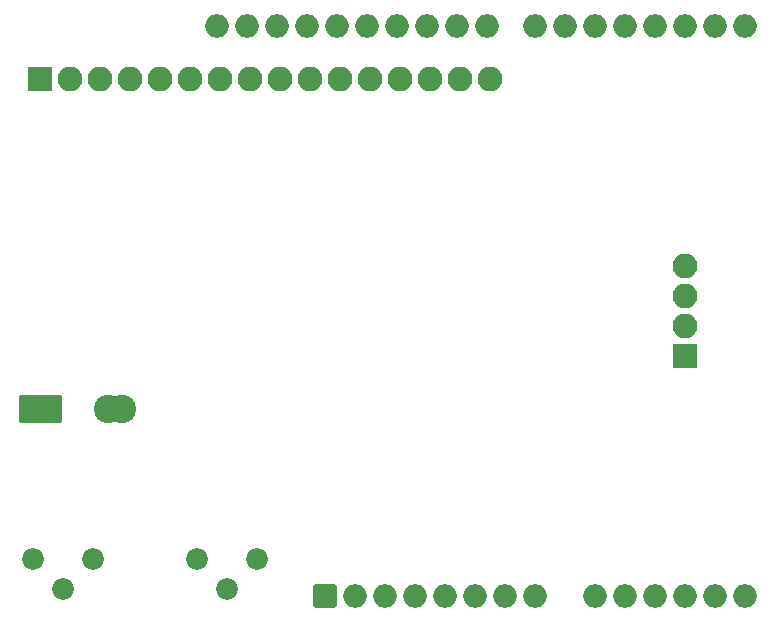
<source format=gbs>
%TF.GenerationSoftware,KiCad,Pcbnew,6.0.11-2627ca5db0~126~ubuntu20.04.1*%
%TF.CreationDate,2023-03-17T11:38:59+01:00*%
%TF.ProjectId,shield_a,73686965-6c64-45f6-912e-6b696361645f,2.0.1*%
%TF.SameCoordinates,Original*%
%TF.FileFunction,Soldermask,Bot*%
%TF.FilePolarity,Negative*%
%FSLAX46Y46*%
G04 Gerber Fmt 4.6, Leading zero omitted, Abs format (unit mm)*
G04 Created by KiCad (PCBNEW 6.0.11-2627ca5db0~126~ubuntu20.04.1) date 2023-03-17 11:38:59*
%MOMM*%
%LPD*%
G01*
G04 APERTURE LIST*
G04 Aperture macros list*
%AMRoundRect*
0 Rectangle with rounded corners*
0 $1 Rounding radius*
0 $2 $3 $4 $5 $6 $7 $8 $9 X,Y pos of 4 corners*
0 Add a 4 corners polygon primitive as box body*
4,1,4,$2,$3,$4,$5,$6,$7,$8,$9,$2,$3,0*
0 Add four circle primitives for the rounded corners*
1,1,$1+$1,$2,$3*
1,1,$1+$1,$4,$5*
1,1,$1+$1,$6,$7*
1,1,$1+$1,$8,$9*
0 Add four rect primitives between the rounded corners*
20,1,$1+$1,$2,$3,$4,$5,0*
20,1,$1+$1,$4,$5,$6,$7,0*
20,1,$1+$1,$6,$7,$8,$9,0*
20,1,$1+$1,$8,$9,$2,$3,0*%
G04 Aperture macros list end*
%ADD10C,1.840000*%
%ADD11RoundRect,0.200000X-1.000000X-1.000000X1.000000X-1.000000X1.000000X1.000000X-1.000000X1.000000X0*%
%ADD12C,2.400000*%
%ADD13RoundRect,0.200000X0.850000X-0.850000X0.850000X0.850000X-0.850000X0.850000X-0.850000X-0.850000X0*%
%ADD14O,2.100000X2.100000*%
%ADD15RoundRect,0.200000X0.850000X0.850000X-0.850000X0.850000X-0.850000X-0.850000X0.850000X-0.850000X0*%
%ADD16RoundRect,0.200000X-0.800000X0.800000X-0.800000X-0.800000X0.800000X-0.800000X0.800000X0.800000X0*%
%ADD17O,2.000000X2.000000*%
G04 APERTURE END LIST*
D10*
X125000000Y-111125000D03*
X127540000Y-113665000D03*
X130080000Y-111125000D03*
D11*
X112395000Y-98425000D03*
X111125000Y-98425000D03*
D12*
X117475000Y-98425000D03*
X118725000Y-98425000D03*
D10*
X111125000Y-111125000D03*
X113665000Y-113665000D03*
X116205000Y-111125000D03*
D13*
X111760000Y-70485000D03*
D14*
X114300000Y-70485000D03*
X116840000Y-70485000D03*
X119380000Y-70485000D03*
X121920000Y-70485000D03*
X124460000Y-70485000D03*
X127000000Y-70485000D03*
X129540000Y-70485000D03*
X132080000Y-70485000D03*
X134620000Y-70485000D03*
X137160000Y-70485000D03*
X139700000Y-70485000D03*
X142240000Y-70485000D03*
X144780000Y-70485000D03*
X147320000Y-70485000D03*
X149860000Y-70485000D03*
D15*
X166370000Y-93920000D03*
D14*
X166370000Y-91380000D03*
X166370000Y-88840000D03*
X166370000Y-86300000D03*
D16*
X135890000Y-114300000D03*
D17*
X138430000Y-114300000D03*
X140970000Y-114300000D03*
X143510000Y-114300000D03*
X146050000Y-114300000D03*
X148590000Y-114300000D03*
X151130000Y-114300000D03*
X153670000Y-114300000D03*
X158750000Y-114300000D03*
X161290000Y-114300000D03*
X163830000Y-114300000D03*
X166370000Y-114300000D03*
X168910000Y-114300000D03*
X171450000Y-114300000D03*
X171450000Y-66040000D03*
X168910000Y-66040000D03*
X166370000Y-66040000D03*
X163830000Y-66040000D03*
X161290000Y-66040000D03*
X158750000Y-66040000D03*
X156210000Y-66040000D03*
X153670000Y-66040000D03*
X149610000Y-66040000D03*
X147070000Y-66040000D03*
X144530000Y-66040000D03*
X141990000Y-66040000D03*
X139450000Y-66040000D03*
X136910000Y-66040000D03*
X134370000Y-66040000D03*
X131830000Y-66040000D03*
X129290000Y-66040000D03*
X126750000Y-66040000D03*
M02*

</source>
